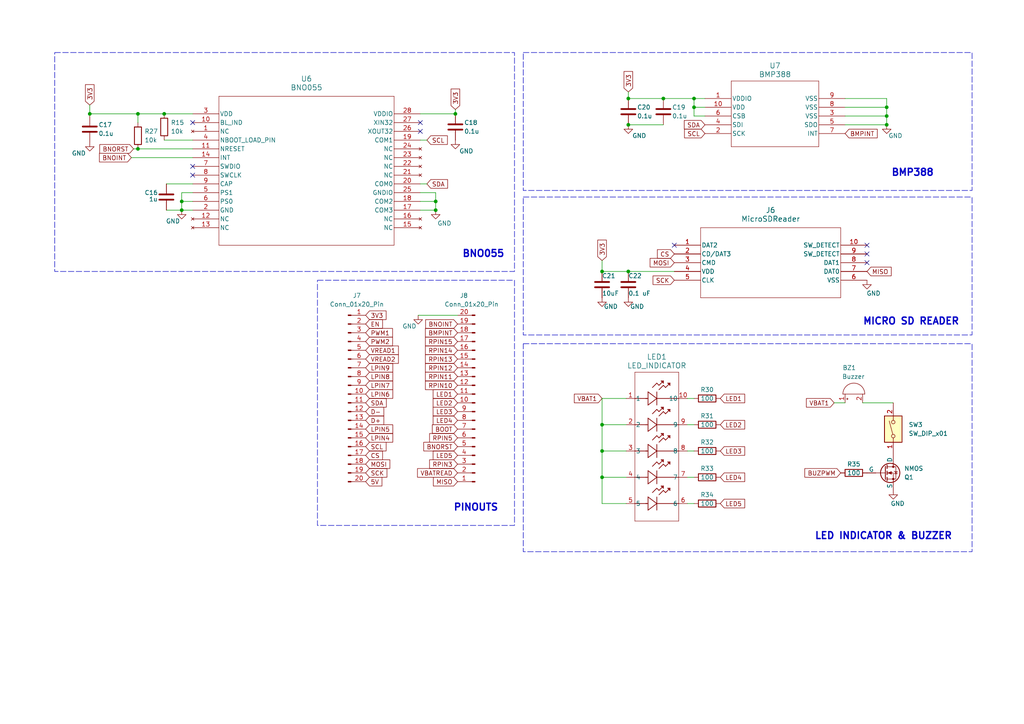
<source format=kicad_sch>
(kicad_sch (version 20231120) (generator "eeschema") (generator_version "8.0")
  (paper "A4")
  (lib_symbols
    (symbol "Certification_Avionica_Symbol:BMP388" (pin_names (offset 0.254))
      (property "Reference" "U" (at 20.32 10.16 0))
      (property "Value" "BMP388" (at 20.32 7.62 0))
      (symbol "BMP388_0_1"
        (polyline (pts (xy 7.62 -13.97) (xy 33.02 -13.97)) (stroke (width 0.127)))
        (polyline (pts (xy 7.62 5.08) (xy 7.62 -13.97)) (stroke (width 0.127)))
        (polyline (pts (xy 33.02 -13.97) (xy 33.02 5.08)) (stroke (width 0.127)))
        (polyline (pts (xy 33.02 5.08) (xy 7.62 5.08)) (stroke (width 0.127)))
        (pin power_in line (at 0 0 0) (length 7.62) (name "VDDIO") (number "1"))
        (pin power_in line (at 0 -2.54 0) (length 7.62) (name "VDD") (number "10"))
        (pin power_out line (at 40.64 -5.08 180) (length 7.62) (name "VSS") (number "3"))
        (pin unspecified line (at 0 -7.62 0) (length 7.62) (name "SDI") (number "4"))
        (pin unspecified line (at 40.64 -7.62 180) (length 7.62) (name "SDO") (number "5"))
        (pin unspecified line (at 0 -5.08 0) (length 7.62) (name "CSB") (number "6"))
        (pin unspecified line (at 40.64 -10.16 180) (length 7.62) (name "INT") (number "7"))
        (pin power_out line (at 40.64 -2.54 180) (length 7.62) (name "VSS") (number "8"))
        (pin power_out line (at 40.64 0 180) (length 7.62) (name "VSS") (number "9"))
      )
      (symbol "BMP388_1_1"
        (pin unspecified line (at 0 -10.16 0) (length 7.62) (name "SCK") (number "2"))
      )
    )
    (symbol "Certification_Avionica_Symbol:BNO055" (pin_names (offset 0.254))
      (property "Reference" "U" (at 33.02 10.16 0))
      (property "Value" "BNO055" (at 33.02 7.62 0))
      (symbol "BNO055_0_1"
        (polyline (pts (xy 7.62 -38.1) (xy 58.42 -38.1)) (stroke (width 0.127)))
        (polyline (pts (xy 7.62 5.08) (xy 7.62 -38.1)) (stroke (width 0.127)))
        (polyline (pts (xy 58.42 -38.1) (xy 58.42 5.08)) (stroke (width 0.127)))
        (polyline (pts (xy 58.42 5.08) (xy 7.62 5.08)) (stroke (width 0.127)))
        (pin no_connect line (at 0 -5.08 0) (length 7.62) (name "NC") (number "1"))
        (pin output line (at 0 -2.54 0) (length 7.62) (name "BL_IND") (number "10"))
        (pin unspecified line (at 0 -10.16 0) (length 7.62) (name "NRESET") (number "11"))
        (pin no_connect line (at 0 -30.48 0) (length 7.62) (name "NC") (number "12"))
        (pin no_connect line (at 0 -33.02 0) (length 7.62) (name "NC") (number "13"))
        (pin output line (at 0 -12.7 0) (length 7.62) (name "INT") (number "14"))
        (pin no_connect line (at 66.04 -33.02 180) (length 7.62) (name "NC") (number "15"))
        (pin no_connect line (at 66.04 -30.48 180) (length 7.62) (name "NC") (number "16"))
        (pin input line (at 66.04 -27.94 180) (length 7.62) (name "COM3") (number "17"))
        (pin bidirectional line (at 66.04 -25.4 180) (length 7.62) (name "COM2") (number "18"))
        (pin bidirectional line (at 66.04 -7.62 180) (length 7.62) (name "COM1") (number "19"))
        (pin power_out line (at 0 -27.94 0) (length 7.62) (name "GND") (number "2"))
        (pin bidirectional line (at 66.04 -20.32 180) (length 7.62) (name "COM0") (number "20"))
        (pin no_connect line (at 66.04 -17.78 180) (length 7.62) (name "NC") (number "21"))
        (pin no_connect line (at 66.04 -15.24 180) (length 7.62) (name "NC") (number "22"))
        (pin no_connect line (at 66.04 -12.7 180) (length 7.62) (name "NC") (number "23"))
        (pin no_connect line (at 66.04 -10.16 180) (length 7.62) (name "NC") (number "24"))
        (pin power_out line (at 66.04 -22.86 180) (length 7.62) (name "GNDIO") (number "25"))
        (pin output line (at 66.04 -5.08 180) (length 7.62) (name "XOUT32") (number "26"))
        (pin input line (at 66.04 -2.54 180) (length 7.62) (name "XIN32") (number "27"))
        (pin power_in line (at 66.04 0 180) (length 7.62) (name "VDDIO") (number "28"))
        (pin power_in line (at 0 0 0) (length 7.62) (name "VDD") (number "3"))
        (pin input line (at 0 -7.62 0) (length 7.62) (name "NBOOT_LOAD_PIN") (number "4"))
        (pin input line (at 0 -22.86 0) (length 7.62) (name "PS1") (number "5"))
        (pin input line (at 0 -25.4 0) (length 7.62) (name "PS0") (number "6"))
        (pin bidirectional line (at 0 -15.24 0) (length 7.62) (name "SWDIO") (number "7"))
        (pin input line (at 0 -17.78 0) (length 7.62) (name "SWCLK") (number "8"))
        (pin unspecified line (at 0 -20.32 0) (length 7.62) (name "CAP") (number "9"))
      )
    )
    (symbol "Certification_Avionica_Symbol:LED_INDICATOR" (pin_names (offset 0.254))
      (property "Reference" "LED" (at 8.89 13.335 0))
      (property "Value" "LED_INDICATOR" (at 8.89 10.16 0))
      (symbol "LED_INDICATOR_0_1"
        (polyline (pts (xy 2.54 -30.48) (xy 6.0198 -30.48)) (stroke (width 0.2032)))
        (polyline (pts (xy 2.54 -22.86) (xy 6.0198 -22.86)) (stroke (width 0.2032)))
        (polyline (pts (xy 2.54 -15.24) (xy 6.0198 -15.24)) (stroke (width 0.2032)))
        (polyline (pts (xy 2.54 -7.62) (xy 6.0198 -7.62)) (stroke (width 0.2032)))
        (polyline (pts (xy 2.54 0) (xy 6.0198 0)) (stroke (width 0.2032)))
        (polyline (pts (xy 2.54 7.62) (xy 2.54 -35.56)) (stroke (width 0.127)))
        (polyline (pts (xy 5.715 -30.48) (xy 6.35 -30.48)) (stroke (width 0.2032)))
        (polyline (pts (xy 5.715 -22.86) (xy 6.35 -22.86)) (stroke (width 0.2032)))
        (polyline (pts (xy 5.715 -15.24) (xy 6.35 -15.24)) (stroke (width 0.2032)))
        (polyline (pts (xy 5.715 -7.62) (xy 6.35 -7.62)) (stroke (width 0.2032)))
        (polyline (pts (xy 5.715 0) (xy 6.35 0)) (stroke (width 0.2032)))
        (polyline (pts (xy 6.35 -32.385) (xy 8.89 -30.48)) (stroke (width 0.2032)))
        (polyline (pts (xy 6.35 -28.575) (xy 6.35 -32.385)) (stroke (width 0.2032)))
        (polyline (pts (xy 6.35 -24.765) (xy 8.89 -22.86)) (stroke (width 0.2032)))
        (polyline (pts (xy 6.35 -20.955) (xy 6.35 -24.765)) (stroke (width 0.2032)))
        (polyline (pts (xy 6.35 -17.145) (xy 8.89 -15.24)) (stroke (width 0.2032)))
        (polyline (pts (xy 6.35 -13.335) (xy 6.35 -17.145)) (stroke (width 0.2032)))
        (polyline (pts (xy 6.35 -9.525) (xy 8.89 -7.62)) (stroke (width 0.2032)))
        (polyline (pts (xy 6.35 -5.715) (xy 6.35 -9.525)) (stroke (width 0.2032)))
        (polyline (pts (xy 6.35 -1.905) (xy 8.89 0)) (stroke (width 0.2032)))
        (polyline (pts (xy 6.35 1.905) (xy 6.35 -1.905)) (stroke (width 0.2032)))
        (polyline (pts (xy 7.62 -27.305) (xy 8.89 -26.035)) (stroke (width 0.2032)))
        (polyline (pts (xy 7.62 -19.685) (xy 8.89 -18.415)) (stroke (width 0.2032)))
        (polyline (pts (xy 7.62 -12.065) (xy 8.89 -10.795)) (stroke (width 0.2032)))
        (polyline (pts (xy 7.62 -4.445) (xy 8.89 -3.175)) (stroke (width 0.2032)))
        (polyline (pts (xy 7.62 3.175) (xy 8.89 4.445)) (stroke (width 0.2032)))
        (polyline (pts (xy 8.89 -32.385) (xy 8.89 -28.575)) (stroke (width 0.2032)))
        (polyline (pts (xy 8.89 -30.48) (xy 6.35 -28.575)) (stroke (width 0.2032)))
        (polyline (pts (xy 8.89 -30.48) (xy 15.24 -30.48)) (stroke (width 0.2032)))
        (polyline (pts (xy 8.89 -26.035) (xy 9.525 -26.67)) (stroke (width 0.2032)))
        (polyline (pts (xy 8.89 -24.765) (xy 8.89 -20.955)) (stroke (width 0.2032)))
        (polyline (pts (xy 8.89 -22.86) (xy 6.35 -20.955)) (stroke (width 0.2032)))
        (polyline (pts (xy 8.89 -22.86) (xy 15.24 -22.86)) (stroke (width 0.2032)))
        (polyline (pts (xy 8.89 -18.415) (xy 9.525 -19.05)) (stroke (width 0.2032)))
        (polyline (pts (xy 8.89 -17.145) (xy 8.89 -13.335)) (stroke (width 0.2032)))
        (polyline (pts (xy 8.89 -15.24) (xy 6.35 -13.335)) (stroke (width 0.2032)))
        (polyline (pts (xy 8.89 -15.24) (xy 15.24 -15.24)) (stroke (width 0.2032)))
        (polyline (pts (xy 8.89 -10.795) (xy 9.525 -11.43)) (stroke (width 0.2032)))
        (polyline (pts (xy 8.89 -9.525) (xy 8.89 -5.715)) (stroke (width 0.2032)))
        (polyline (pts (xy 8.89 -7.62) (xy 6.35 -5.715)) (stroke (width 0.2032)))
        (polyline (pts (xy 8.89 -7.62) (xy 15.24 -7.62)) (stroke (width 0.2032)))
        (polyline (pts (xy 8.89 -3.175) (xy 9.525 -3.81)) (stroke (width 0.2032)))
        (polyline (pts (xy 8.89 -1.905) (xy 8.89 1.905)) (stroke (width 0.2032)))
        (polyline (pts (xy 8.89 0) (xy 6.35 1.905)) (stroke (width 0.2032)))
        (polyline (pts (xy 8.89 0) (xy 15.24 0)) (stroke (width 0.2032)))
        (polyline (pts (xy 8.89 4.445) (xy 9.525 3.81)) (stroke (width 0.2032)))
        (polyline (pts (xy 9.525 -27.94) (xy 10.795 -26.67)) (stroke (width 0.2032)))
        (polyline (pts (xy 9.525 -26.67) (xy 10.795 -25.4)) (stroke (width 0.2032)))
        (polyline (pts (xy 9.525 -20.32) (xy 10.795 -19.05)) (stroke (width 0.2032)))
        (polyline (pts (xy 9.525 -19.05) (xy 10.795 -17.78)) (stroke (width 0.2032)))
        (polyline (pts (xy 9.525 -12.7) (xy 10.795 -11.43)) (stroke (width 0.2032)))
        (polyline (pts (xy 9.525 -11.43) (xy 10.795 -10.16)) (stroke (width 0.2032)))
        (polyline (pts (xy 9.525 -5.08) (xy 10.795 -3.81)) (stroke (width 0.2032)))
        (polyline (pts (xy 9.525 -3.81) (xy 10.795 -2.54)) (stroke (width 0.2032)))
        (polyline (pts (xy 9.525 2.54) (xy 10.795 3.81)) (stroke (width 0.2032)))
        (polyline (pts (xy 9.525 3.81) (xy 10.795 5.08)) (stroke (width 0.2032)))
        (polyline (pts (xy 10.16 -25.4) (xy 10.795 -26.035)) (stroke (width 0.2032)))
        (polyline (pts (xy 10.16 -17.78) (xy 10.795 -18.415)) (stroke (width 0.2032)))
        (polyline (pts (xy 10.16 -10.16) (xy 10.795 -10.795)) (stroke (width 0.2032)))
        (polyline (pts (xy 10.16 -2.54) (xy 10.795 -3.175)) (stroke (width 0.2032)))
        (polyline (pts (xy 10.16 5.08) (xy 10.795 4.445)) (stroke (width 0.2032)))
        (polyline (pts (xy 10.795 -26.67) (xy 11.43 -27.305)) (stroke (width 0.2032)))
        (polyline (pts (xy 10.795 -26.035) (xy 10.795 -25.4)) (stroke (width 0.2032)))
        (polyline (pts (xy 10.795 -25.4) (xy 10.16 -25.4)) (stroke (width 0.2032)))
        (polyline (pts (xy 10.795 -19.05) (xy 11.43 -19.685)) (stroke (width 0.2032)))
        (polyline (pts (xy 10.795 -18.415) (xy 10.795 -17.78)) (stroke (width 0.2032)))
        (polyline (pts (xy 10.795 -17.78) (xy 10.16 -17.78)) (stroke (width 0.2032)))
        (polyline (pts (xy 10.795 -11.43) (xy 11.43 -12.065)) (stroke (width 0.2032)))
        (polyline (pts (xy 10.795 -10.795) (xy 10.795 -10.16)) (stroke (width 0.2032)))
        (polyline (pts (xy 10.795 -10.16) (xy 10.16 -10.16)) (stroke (width 0.2032)))
        (polyline (pts (xy 10.795 -3.81) (xy 11.43 -4.445)) (stroke (width 0.2032)))
        (polyline (pts (xy 10.795 -3.175) (xy 10.795 -2.54)) (stroke (width 0.2032)))
        (polyline (pts (xy 10.795 -2.54) (xy 10.16 -2.54)) (stroke (width 0.2032)))
        (polyline (pts (xy 10.795 3.81) (xy 11.43 3.175)) (stroke (width 0.2032)))
        (polyline (pts (xy 10.795 4.445) (xy 10.795 5.08)) (stroke (width 0.2032)))
        (polyline (pts (xy 10.795 5.08) (xy 10.16 5.08)) (stroke (width 0.2032)))
        (polyline (pts (xy 11.43 -27.305) (xy 12.7 -26.035)) (stroke (width 0.2032)))
        (polyline (pts (xy 11.43 -19.685) (xy 12.7 -18.415)) (stroke (width 0.2032)))
        (polyline (pts (xy 11.43 -12.065) (xy 12.7 -10.795)) (stroke (width 0.2032)))
        (polyline (pts (xy 11.43 -4.445) (xy 12.7 -3.175)) (stroke (width 0.2032)))
        (polyline (pts (xy 11.43 3.175) (xy 12.7 4.445)) (stroke (width 0.2032)))
        (polyline (pts (xy 12.065 -26.035) (xy 12.7 -26.67)) (stroke (width 0.2032)))
        (polyline (pts (xy 12.065 -18.415) (xy 12.7 -19.05)) (stroke (width 0.2032)))
        (polyline (pts (xy 12.065 -10.795) (xy 12.7 -11.43)) (stroke (width 0.2032)))
        (polyline (pts (xy 12.065 -3.175) (xy 12.7 -3.81)) (stroke (width 0.2032)))
        (polyline (pts (xy 12.065 4.445) (xy 12.7 3.81)) (stroke (width 0.2032)))
        (polyline (pts (xy 12.7 -26.67) (xy 12.7 -26.035)) (stroke (width 0.2032)))
        (polyline (pts (xy 12.7 -26.035) (xy 12.065 -26.035)) (stroke (width 0.2032)))
        (polyline (pts (xy 12.7 -19.05) (xy 12.7 -18.415)) (stroke (width 0.2032)))
        (polyline (pts (xy 12.7 -18.415) (xy 12.065 -18.415)) (stroke (width 0.2032)))
        (polyline (pts (xy 12.7 -11.43) (xy 12.7 -10.795)) (stroke (width 0.2032)))
        (polyline (pts (xy 12.7 -10.795) (xy 12.065 -10.795)) (stroke (width 0.2032)))
        (polyline (pts (xy 12.7 -3.81) (xy 12.7 -3.175)) (stroke (width 0.2032)))
        (polyline (pts (xy 12.7 -3.175) (xy 12.065 -3.175)) (stroke (width 0.2032)))
        (polyline (pts (xy 12.7 3.81) (xy 12.7 4.445)) (stroke (width 0.2032)))
        (polyline (pts (xy 12.7 4.445) (xy 12.065 4.445)) (stroke (width 0.2032)))
        (polyline (pts (xy 15.24 -35.56) (xy 2.54 -35.56)) (stroke (width 0.127)))
        (polyline (pts (xy 15.24 -35.56) (xy 15.24 7.62)) (stroke (width 0.127)))
        (polyline (pts (xy 15.24 7.62) (xy 2.54 7.62)) (stroke (width 0.127)))
        (pin unspecified line (at 0 0 0) (length 2.54) (name "1") (number "1"))
        (pin unspecified line (at 17.78 0 180) (length 2.54) (name "10") (number "10"))
        (pin unspecified line (at 0 -7.62 0) (length 2.54) (name "2") (number "2"))
        (pin unspecified line (at 0 -15.24 0) (length 2.54) (name "3") (number "3"))
        (pin unspecified line (at 0 -22.86 0) (length 2.54) (name "4") (number "4"))
        (pin unspecified line (at 0 -30.48 0) (length 2.54) (name "5") (number "5"))
        (pin unspecified line (at 17.78 -30.48 180) (length 2.54) (name "6") (number "6"))
        (pin unspecified line (at 17.78 -22.86 180) (length 2.54) (name "7") (number "7"))
        (pin unspecified line (at 17.78 -15.24 180) (length 2.54) (name "8") (number "8"))
        (pin unspecified line (at 17.78 -7.62 180) (length 2.54) (name "9") (number "9"))
      )
    )
    (symbol "Certification_Avionica_Symbol:MicroSDReader" (pin_names (offset 0.254))
      (property "Reference" "J" (at 27.94 10.16 0))
      (property "Value" "MicroSDReader" (at 27.94 7.62 0))
      (symbol "MicroSDReader_0_1"
        (polyline (pts (xy 7.62 -15.24) (xy 48.26 -15.24)) (stroke (width 0.127)))
        (polyline (pts (xy 7.62 5.08) (xy 7.62 -15.24)) (stroke (width 0.127)))
        (polyline (pts (xy 48.26 -15.24) (xy 48.26 5.08)) (stroke (width 0.127)))
        (polyline (pts (xy 48.26 5.08) (xy 7.62 5.08)) (stroke (width 0.127)))
        (pin bidirectional line (at 0 0 0) (length 7.62) (name "DAT2") (number "1"))
        (pin unspecified line (at 55.88 0 180) (length 7.62) (name "SW_DETECT") (number "10"))
        (pin bidirectional line (at 0 -2.54 0) (length 7.62) (name "CD/DAT3") (number "2"))
        (pin unspecified line (at 0 -5.08 0) (length 7.62) (name "CMD") (number "3"))
        (pin power_in line (at 0 -7.62 0) (length 7.62) (name "VDD") (number "4"))
        (pin unspecified line (at 0 -10.16 0) (length 7.62) (name "CLK") (number "5"))
        (pin power_out line (at 55.88 -10.16 180) (length 7.62) (name "VSS") (number "6"))
        (pin bidirectional line (at 55.88 -7.62 180) (length 7.62) (name "DAT0") (number "7"))
        (pin bidirectional line (at 55.88 -5.08 180) (length 7.62) (name "DAT1") (number "8"))
        (pin unspecified line (at 55.88 -2.54 180) (length 7.62) (name "SW_DETECT") (number "9"))
      )
    )
    (symbol "Connector:Conn_01x20_Pin" (pin_names (offset 1.016) hide)
      (property "Reference" "J" (at 0 25.4 0))
      (property "Value" "Conn_01x20_Pin" (at 0 -27.94 0))
      (symbol "Conn_01x20_Pin_1_1"
        (polyline (pts (xy 1.27 -25.4) (xy 0.8636 -25.4)) (stroke (width 0.1524)))
        (polyline (pts (xy 1.27 -22.86) (xy 0.8636 -22.86)) (stroke (width 0.1524)))
        (polyline (pts (xy 1.27 -20.32) (xy 0.8636 -20.32)) (stroke (width 0.1524)))
        (polyline (pts (xy 1.27 -17.78) (xy 0.8636 -17.78)) (stroke (width 0.1524)))
        (polyline (pts (xy 1.27 -15.24) (xy 0.8636 -15.24)) (stroke (width 0.1524)))
        (polyline (pts (xy 1.27 -12.7) (xy 0.8636 -12.7)) (stroke (width 0.1524)))
        (polyline (pts (xy 1.27 -10.16) (xy 0.8636 -10.16)) (stroke (width 0.1524)))
        (polyline (pts (xy 1.27 -7.62) (xy 0.8636 -7.62)) (stroke (width 0.1524)))
        (polyline (pts (xy 1.27 -5.08) (xy 0.8636 -5.08)) (stroke (width 0.1524)))
        (polyline (pts (xy 1.27 -2.54) (xy 0.8636 -2.54)) (stroke (width 0.1524)))
        (polyline (pts (xy 1.27 0) (xy 0.8636 0)) (stroke (width 0.1524)))
        (polyline (pts (xy 1.27 2.54) (xy 0.8636 2.54)) (stroke (width 0.1524)))
        (polyline (pts (xy 1.27 5.08) (xy 0.8636 5.08)) (stroke (width 0.1524)))
        (polyline (pts (xy 1.27 7.62) (xy 0.8636 7.62)) (stroke (width 0.1524)))
        (polyline (pts (xy 1.27 10.16) (xy 0.8636 10.16)) (stroke (width 0.1524)))
        (polyline (pts (xy 1.27 12.7) (xy 0.8636 12.7)) (stroke (width 0.1524)))
        (polyline (pts (xy 1.27 15.24) (xy 0.8636 15.24)) (stroke (width 0.1524)))
        (polyline (pts (xy 1.27 17.78) (xy 0.8636 17.78)) (stroke (width 0.1524)))
        (polyline (pts (xy 1.27 20.32) (xy 0.8636 20.32)) (stroke (width 0.1524)))
        (polyline (pts (xy 1.27 22.86) (xy 0.8636 22.86)) (stroke (width 0.1524)))
        (rectangle (start 0.8636 -25.273) (end 0 -25.527) (stroke (width 0.1524)) (fill (type outline)))
        (rectangle (start 0.8636 -22.733) (end 0 -22.987) (stroke (width 0.1524)) (fill (type outline)))
        (rectangle (start 0.8636 -20.193) (end 0 -20.447) (stroke (width 0.1524)) (fill (type outline)))
        (rectangle (start 0.8636 -17.653) (end 0 -17.907) (stroke (width 0.1524)) (fill (type outline)))
        (rectangle (start 0.8636 -15.113) (end 0 -15.367) (stroke (width 0.1524)) (fill (type outline)))
        (rectangle (start 0.8636 -12.573) (end 0 -12.827) (stroke (width 0.1524)) (fill (type outline)))
        (rectangle (start 0.8636 -10.033) (end 0 -10.287) (stroke (width 0.1524)) (fill (type outline)))
        (rectangle (start 0.8636 -7.493) (end 0 -7.747) (stroke (width 0.1524)) (fill (type outline)))
        (rectangle (start 0.8636 -4.953) (end 0 -5.207) (stroke (width 0.1524)) (fill (type outline)))
        (rectangle (start 0.8636 -2.413) (end 0 -2.667) (stroke (width 0.1524)) (fill (type outline)))
        (rectangle (start 0.8636 0.127) (end 0 -0.127) (stroke (width 0.1524)) (fill (type outline)))
        (rectangle (start 0.8636 2.667) (end 0 2.413) (stroke (width 0.1524)) (fill (type outline)))
        (rectangle (start 0.8636 5.207) (end 0 4.953) (stroke (width 0.1524)) (fill (type outline)))
        (rectangle (start 0.8636 7.747) (end 0 7.493) (stroke (width 0.1524)) (fill (type outline)))
        (rectangle (start 0.8636 10.287) (end 0 10.033) (stroke (width 0.1524)) (fill (type outline)))
        (rectangle (start 0.8636 12.827) (end 0 12.573) (stroke (width 0.1524)) (fill (type outline)))
        (rectangle (start 0.8636 15.367) (end 0 15.113) (stroke (width 0.1524)) (fill (type outline)))
        (rectangle (start 0.8636 17.907) (end 0 17.653) (stroke (width 0.1524)) (fill (type outline)))
        (rectangle (start 0.8636 20.447) (end 0 20.193) (stroke (width 0.1524)) (fill (type outline)))
        (rectangle (start 0.8636 22.987) (end 0 22.733) (stroke (width 0.1524)) (fill (type outline)))
        (pin passive line (at 5.08 22.86 180) (length 3.81) (name "Pin_1") (number "1"))
        (pin passive line (at 5.08 0 180) (length 3.81) (name "Pin_10") (number "10"))
        (pin passive line (at 5.08 -2.54 180) (length 3.81) (name "Pin_11") (number "11"))
        (pin passive line (at 5.08 -5.08 180) (length 3.81) (name "Pin_12") (number "12"))
        (pin passive line (at 5.08 -7.62 180) (length 3.81) (name "Pin_13") (number "13"))
        (pin passive line (at 5.08 -10.16 180) (length 3.81) (name "Pin_14") (number "14"))
        (pin passive line (at 5.08 -12.7 180) (length 3.81) (name "Pin_15") (number "15"))
        (pin passive line (at 5.08 -15.24 180) (length 3.81) (name "Pin_16") (number "16"))
        (pin passive line (at 5.08 -17.78 180) (length 3.81) (name "Pin_17") (number "17"))
        (pin passive line (at 5.08 -20.32 180) (length 3.81) (name "Pin_18") (number "18"))
        (pin passive line (at 5.08 -22.86 180) (length 3.81) (name "Pin_19") (number "19"))
        (pin passive line (at 5.08 20.32 180) (length 3.81) (name "Pin_2") (number "2"))
        (pin passive line (at 5.08 -25.4 180) (length 3.81) (name "Pin_20") (number "20"))
        (pin passive line (at 5.08 17.78 180) (length 3.81) (name "Pin_3") (number "3"))
        (pin passive line (at 5.08 15.24 180) (length 3.81) (name "Pin_4") (number "4"))
        (pin passive line (at 5.08 12.7 180) (length 3.81) (name "Pin_5") (number "5"))
        (pin passive line (at 5.08 10.16 180) (length 3.81) (name "Pin_6") (number "6"))
        (pin passive line (at 5.08 7.62 180) (length 3.81) (name "Pin_7") (number "7"))
        (pin passive line (at 5.08 5.08 180) (length 3.81) (name "Pin_8") (number "8"))
        (pin passive line (at 5.08 2.54 180) (length 3.81) (name "Pin_9") (number "9"))
      )
    )
    (symbol "Device:Buzzer" (pin_names (offset 0.0254) hide)
      (property "Reference" "BZ" (at 3.81 1.27 0))
      (property "Value" "Buzzer" (at 3.81 -1.27 0))
      (symbol "Buzzer_0_1"
        (arc (start 0 -3.175) (mid 3.1612 0) (end 0 3.175))
        (polyline (pts (xy -1.651 1.905) (xy -1.143 1.905)))
        (polyline (pts (xy -1.397 2.159) (xy -1.397 1.651)))
        (polyline (pts (xy 0 3.175) (xy 0 -3.175)))
      )
      (symbol "Buzzer_1_1"
        (pin passive line (at -2.54 2.54 0) (length 2.54) (name "-") (number "1"))
        (pin passive line (at -2.54 -2.54 0) (length 2.54) (name "+") (number "2"))
      )
    )
    (symbol "Device:C" (pin_numbers hide) (pin_names (offset 0.254))
      (property "Reference" "C" (at 0.635 2.54 0))
      (property "Value" "C" (at 0.635 -2.54 0))
      (symbol "C_0_1"
        (polyline (pts (xy -2.032 -0.762) (xy 2.032 -0.762)) (stroke (width 0.508)))
        (polyline (pts (xy -2.032 0.762) (xy 2.032 0.762)) (stroke (width 0.508)))
      )
      (symbol "C_1_1"
        (pin passive line (at 0 3.81 270) (length 2.794) (name "~") (number "1"))
        (pin passive line (at 0 -3.81 90) (length 2.794) (name "~") (number "2"))
      )
    )
    (symbol "Device:R" (pin_numbers hide) (pin_names (offset 0))
      (property "Reference" "R" (at 2.032 0 90))
      (property "Value" "R" (at 0 0 90))
      (symbol "R_0_1"
        (rectangle (start -1.016 -2.54) (end 1.016 2.54) (stroke (width 0.254)))
      )
      (symbol "R_1_1"
        (pin passive line (at 0 3.81 270) (length 1.27) (name "~") (number "1"))
        (pin passive line (at 0 -3.81 90) (length 1.27) (name "~") (number "2"))
      )
    )
    (symbol "Simulation_SPICE:NMOS" (pin_numbers hide) (pin_names (offset 0))
      (property "Reference" "Q" (at 5.08 1.27 0))
      (property "Value" "NMOS" (at 5.08 -1.27 0))
      (symbol "NMOS_0_1"
        (polyline (pts (xy 0.254 0) (xy -2.54 0)))
        (polyline (pts (xy 0.254 1.905) (xy 0.254 -1.905)) (stroke (width 0.254)))
        (polyline (pts (xy 0.762 -1.27) (xy 0.762 -2.286)) (stroke (width 0.254)))
        (polyline (pts (xy 0.762 0.508) (xy 0.762 -0.508)) (stroke (width 0.254)))
        (polyline (pts (xy 0.762 2.286) (xy 0.762 1.27)) (stroke (width 0.254)))
        (polyline (pts (xy 2.54 2.54) (xy 2.54 1.778)))
        (polyline (pts (xy 2.54 -2.54) (xy 2.54 0) (xy 0.762 0)))
        (polyline (pts (xy 0.762 -1.778) (xy 3.302 -1.778) (xy 3.302 1.778) (xy 0.762 1.778)))
        (polyline (pts (xy 1.016 0) (xy 2.032 0.381) (xy 2.032 -0.381) (xy 1.016 0)) (fill (type outline)))
        (polyline (pts (xy 2.794 0.508) (xy 2.921 0.381) (xy 3.683 0.381) (xy 3.81 0.254)))
        (polyline (pts (xy 3.302 0.381) (xy 2.921 -0.254) (xy 3.683 -0.254) (xy 3.302 0.381)))
        (circle (center 1.651 0) (radius 2.794) (stroke (width 0.254)))
        (circle (center 2.54 -1.778) (radius 0.254) (fill (type outline)))
        (circle (center 2.54 1.778) (radius 0.254) (fill (type outline)))
      )
      (symbol "NMOS_1_1"
        (pin passive line (at 2.54 5.08 270) (length 2.54) (name "D") (number "1"))
        (pin input line (at -5.08 0 0) (length 2.54) (name "G") (number "2"))
        (pin passive line (at 2.54 -5.08 90) (length 2.54) (name "S") (number "3"))
      )
    )
    (symbol "Switch:SW_DIP_x01" (pin_names (offset 0) hide)
      (property "Reference" "SW" (at 0 3.81 0))
      (property "Value" "SW_DIP_x01" (at 0 -3.81 0))
      (symbol "SW_DIP_x01_0_0"
        (circle (center -2.032 0) (radius 0.508))
        (polyline (pts (xy -1.524 0.127) (xy 2.3622 1.1684)))
        (circle (center 2.032 0) (radius 0.508))
      )
      (symbol "SW_DIP_x01_0_1"
        (rectangle (start -3.81 2.54) (end 3.81 -2.54) (stroke (width 0.254)) (fill (type background)))
      )
      (symbol "SW_DIP_x01_1_1"
        (pin passive line (at -7.62 0 0) (length 5.08) (name "~") (number "1"))
        (pin passive line (at 7.62 0 180) (length 5.08) (name "~") (number "2"))
      )
    )
    (symbol "power:GND" (power) (pin_names (offset 0))
      (property "Value" "GND" (at 0 -3.81 0))
      (symbol "GND_0_1"
        (polyline (pts (xy 0 0) (xy 0 -1.27) (xy 1.27 -1.27) (xy 0 -2.54) (xy -1.27 -1.27) (xy 0 -1.27)))
      )
      (symbol "GND_1_1"
        (pin power_in line (at 0 0 270) (length 0) hide (name "GND") (number "1"))
      )
    )
  )
  (junction (at 47.625 33.02))
  (junction (at 201.295 31.115))
  (junction (at 132.08 33.02))
  (junction (at 192.405 28.575))
  (junction (at 257.175 31.115))
  (junction (at 182.245 28.575))
  (junction (at 257.175 33.655))
  (junction (at 174.625 130.81))
  (junction (at 182.245 36.195))
  (junction (at 257.175 36.195))
  (junction (at 174.625 123.19))
  (junction (at 40.005 43.18))
  (junction (at 182.245 78.74))
  (junction (at 201.295 28.575))
  (junction (at 174.625 138.43))
  (junction (at 52.705 58.42))
  (junction (at 26.035 33.02))
  (junction (at 126.365 60.96))
  (junction (at 40.005 33.02))
  (junction (at 174.625 78.74))
  (junction (at 126.365 58.42))
  (junction (at 52.705 60.96))
  (no_connect (at 55.88 35.56))
  (no_connect (at 251.46 76.2))
  (no_connect (at 251.46 71.12))
  (no_connect (at 121.92 38.1))
  (no_connect (at 55.88 48.26))
  (no_connect (at 251.46 73.66))
  (no_connect (at 195.58 71.12))
  (no_connect (at 121.92 35.56))
  (no_connect (at 55.88 50.8))
  (wire (pts (xy 241.935 116.84) (xy 245.11 116.84)))
  (wire (pts (xy 174.625 130.81) (xy 181.61 130.81)))
  (wire (pts (xy 52.705 60.96) (xy 55.88 60.96)))
  (wire (pts (xy 181.61 115.57) (xy 174.625 115.57)))
  (wire (pts (xy 182.245 78.74) (xy 195.58 78.74)))
  (wire (pts (xy 245.11 33.655) (xy 257.175 33.655)))
  (wire (pts (xy 47.625 40.64) (xy 55.88 40.64)))
  (wire (pts (xy 201.295 31.115) (xy 204.47 31.115)))
  (wire (pts (xy 199.39 130.81) (xy 201.295 130.81)))
  (wire (pts (xy 174.625 123.19) (xy 174.625 130.81)))
  (wire (pts (xy 199.39 146.05) (xy 201.295 146.05)))
  (wire (pts (xy 245.11 36.195) (xy 257.175 36.195)))
  (wire (pts (xy 250.19 116.84) (xy 259.08 116.84)))
  (wire (pts (xy 174.625 130.81) (xy 174.625 138.43)))
  (wire (pts (xy 38.735 43.18) (xy 40.005 43.18)))
  (wire (pts (xy 199.39 123.19) (xy 201.295 123.19)))
  (wire (pts (xy 55.88 55.88) (xy 52.705 55.88)))
  (wire (pts (xy 40.005 33.02) (xy 40.005 35.56)))
  (wire (pts (xy 47.625 33.02) (xy 40.005 33.02)))
  (wire (pts (xy 40.005 33.02) (xy 26.035 33.02)))
  (wire (pts (xy 121.92 60.96) (xy 126.365 60.96)))
  (wire (pts (xy 126.365 58.42) (xy 126.365 60.96)))
  (wire (pts (xy 174.625 138.43) (xy 174.625 146.05)))
  (wire (pts (xy 245.11 31.115) (xy 257.175 31.115)))
  (wire (pts (xy 174.625 75.565) (xy 174.625 78.74)))
  (wire (pts (xy 201.295 31.115) (xy 201.295 28.575)))
  (wire (pts (xy 48.26 60.96) (xy 52.705 60.96)))
  (wire (pts (xy 174.625 138.43) (xy 181.61 138.43)))
  (wire (pts (xy 52.705 55.88) (xy 52.705 58.42)))
  (wire (pts (xy 121.92 53.34) (xy 123.825 53.34)))
  (wire (pts (xy 26.035 33.02) (xy 26.035 33.655)))
  (wire (pts (xy 174.625 146.05) (xy 181.61 146.05)))
  (wire (pts (xy 182.245 36.195) (xy 192.405 36.195)))
  (wire (pts (xy 52.705 58.42) (xy 55.88 58.42)))
  (wire (pts (xy 201.295 33.655) (xy 201.295 31.115)))
  (wire (pts (xy 121.285 91.44) (xy 132.715 91.44)))
  (wire (pts (xy 132.08 31.75) (xy 132.08 33.02)))
  (wire (pts (xy 182.245 26.67) (xy 182.245 28.575)))
  (wire (pts (xy 121.92 33.02) (xy 132.08 33.02)))
  (wire (pts (xy 199.39 138.43) (xy 201.295 138.43)))
  (wire (pts (xy 257.175 28.575) (xy 257.175 31.115)))
  (wire (pts (xy 40.005 43.18) (xy 55.88 43.18)))
  (wire (pts (xy 257.175 31.115) (xy 257.175 33.655)))
  (wire (pts (xy 26.035 30.48) (xy 26.035 33.02)))
  (wire (pts (xy 38.1 45.72) (xy 55.88 45.72)))
  (wire (pts (xy 257.175 33.655) (xy 257.175 36.195)))
  (wire (pts (xy 245.11 28.575) (xy 257.175 28.575)))
  (wire (pts (xy 174.625 78.74) (xy 182.245 78.74)))
  (wire (pts (xy 199.39 115.57) (xy 201.295 115.57)))
  (wire (pts (xy 121.92 55.88) (xy 126.365 55.88)))
  (wire (pts (xy 182.245 28.575) (xy 192.405 28.575)))
  (wire (pts (xy 174.625 115.57) (xy 174.625 123.19)))
  (wire (pts (xy 121.92 40.64) (xy 123.825 40.64)))
  (wire (pts (xy 48.26 53.34) (xy 55.88 53.34)))
  (wire (pts (xy 201.295 28.575) (xy 204.47 28.575)))
  (wire (pts (xy 55.88 33.02) (xy 47.625 33.02)))
  (wire (pts (xy 126.365 55.88) (xy 126.365 58.42)))
  (wire (pts (xy 192.405 28.575) (xy 201.295 28.575)))
  (wire (pts (xy 174.625 123.19) (xy 181.61 123.19)))
  (wire (pts (xy 204.47 33.655) (xy 201.295 33.655)))
  (wire (pts (xy 121.92 58.42) (xy 126.365 58.42)))
  (wire (pts (xy 52.705 58.42) (xy 52.705 60.96)))
  (rectangle (start 92.075 81.28) (end 149.225 152.4) (stroke (width 0) (type dash)))
  (rectangle (start 151.765 57.15) (end 281.94 97.155) (stroke (width 0) (type dash)))
  (rectangle (start 151.765 15.24) (end 281.94 55.245) (stroke (width 0) (type dash)))
  (rectangle (start 15.875 15.24) (end 149.225 78.74) (stroke (width 0) (type dash)))
  (rectangle (start 151.765 99.695) (end 281.94 160.02) (stroke (width 0) (type dash)))
  (text "PINOUTS\n\n\n\n" (at 131.445 158.115 0) (effects (font (size 2 2) (bold yes)) (justify left bottom)))
  (text "LED INDICATOR & BUZZER\n\n\n\n" (at 236.22 166.37 0) (effects (font (size 2 2) (bold yes)) (justify left bottom)))
  (text "BMP388\n\n\n" (at 258.445 57.785 0) (effects (font (size 2 2) (bold yes)) (justify left bottom)))
  (text "MICRO SD READER\n\n\n\n" (at 250.19 104.14 0) (effects (font (size 2 2) (bold yes)) (justify left bottom)))
  (text "BNO055\n\n" (at 133.985 78.105 0) (effects (font (size 2 2) (bold yes)) (justify left bottom)))
  (global_label "PWM2" (shape input) (at 106.045 99.06 0) (property "Intersheetrefs" "${INTERSHEET_REFS}" (effects (hide yes))))
  (global_label "LPIN8" (shape input) (at 106.045 109.22 0) (property "Intersheetrefs" "${INTERSHEET_REFS}" (effects (hide yes))))
  (global_label "RPIN14" (shape input) (at 132.715 101.6 180) (property "Intersheetrefs" "${INTERSHEET_REFS}" (effects (hide yes))))
  (global_label "3V3" (shape input) (at 26.035 30.48 90) (property "Intersheetrefs" "${INTERSHEET_REFS}" (effects (hide yes))))
  (global_label "LED4" (shape input) (at 208.915 138.43 0) (property "Intersheetrefs" "${INTERSHEET_REFS}" (effects (hide yes))))
  (global_label "3V3" (shape input) (at 106.045 91.44 0) (property "Intersheetrefs" "${INTERSHEET_REFS}" (effects (hide yes))))
  (global_label "LPIN6" (shape input) (at 106.045 114.3 0) (property "Intersheetrefs" "${INTERSHEET_REFS}" (effects (hide yes))))
  (global_label "RPIN15" (shape input) (at 132.715 99.06 180) (property "Intersheetrefs" "${INTERSHEET_REFS}" (effects (hide yes))))
  (global_label "SCL" (shape input) (at 106.045 129.54 0) (property "Intersheetrefs" "${INTERSHEET_REFS}" (effects (hide yes))))
  (global_label "LED1" (shape input) (at 208.915 115.57 0) (property "Intersheetrefs" "${INTERSHEET_REFS}" (effects (hide yes))))
  (global_label "RPIN10" (shape input) (at 132.715 111.76 180) (property "Intersheetrefs" "${INTERSHEET_REFS}" (effects (hide yes))))
  (global_label "VREAD1" (shape input) (at 106.045 101.6 0) (property "Intersheetrefs" "${INTERSHEET_REFS}" (effects (hide yes))))
  (global_label "LPIN5" (shape input) (at 106.045 124.46 0) (property "Intersheetrefs" "${INTERSHEET_REFS}" (effects (hide yes))))
  (global_label "BNOINT" (shape input) (at 38.1 45.72 180) (property "Intersheetrefs" "${INTERSHEET_REFS}" (effects (hide yes))))
  (global_label "VBAT1" (shape input) (at 241.935 116.84 180) (property "Intersheetrefs" "${INTERSHEET_REFS}" (effects (hide yes))))
  (global_label "CS" (shape input) (at 106.045 132.08 0) (property "Intersheetrefs" "${INTERSHEET_REFS}" (effects (hide yes))))
  (global_label "3V3" (shape input) (at 174.625 75.565 90) (property "Intersheetrefs" "${INTERSHEET_REFS}" (effects (hide yes))))
  (global_label "RPIN12" (shape input) (at 132.715 106.68 180) (property "Intersheetrefs" "${INTERSHEET_REFS}" (effects (hide yes))))
  (global_label "BMPINT" (shape input) (at 245.11 38.735 0) (property "Intersheetrefs" "${INTERSHEET_REFS}" (effects (hide yes))))
  (global_label "VBAT1" (shape input) (at 174.625 115.57 180) (property "Intersheetrefs" "${INTERSHEET_REFS}" (effects (hide yes))))
  (global_label "SDA" (shape input) (at 106.045 116.84 0) (property "Intersheetrefs" "${INTERSHEET_REFS}" (effects (hide yes))))
  (global_label "BNOINT" (shape input) (at 132.715 93.98 180) (property "Intersheetrefs" "${INTERSHEET_REFS}" (effects (hide yes))))
  (global_label "LED2" (shape input) (at 208.915 123.19 0) (property "Intersheetrefs" "${INTERSHEET_REFS}" (effects (hide yes))))
  (global_label "BMPINT" (shape input) (at 132.715 96.52 180) (property "Intersheetrefs" "${INTERSHEET_REFS}" (effects (hide yes))))
  (global_label "LPIN4" (shape input) (at 106.045 127 0) (property "Intersheetrefs" "${INTERSHEET_REFS}" (effects (hide yes))))
  (global_label "BNORST" (shape input) (at 132.715 129.54 180) (property "Intersheetrefs" "${INTERSHEET_REFS}" (effects (hide yes))))
  (global_label "5V" (shape input) (at 106.045 139.7 0) (property "Intersheetrefs" "${INTERSHEET_REFS}" (effects (hide yes))))
  (global_label "LED3" (shape input) (at 208.915 130.81 0) (property "Intersheetrefs" "${INTERSHEET_REFS}" (effects (hide yes))))
  (global_label "3V3" (shape input) (at 132.08 31.75 90) (property "Intersheetrefs" "${INTERSHEET_REFS}" (effects (hide yes))))
  (global_label "MISO" (shape input) (at 251.46 78.74 0) (property "Intersheetrefs" "${INTERSHEET_REFS}" (effects (hide yes))))
  (global_label "RPIN13" (shape input) (at 132.715 104.14 180) (property "Intersheetrefs" "${INTERSHEET_REFS}" (effects (hide yes))))
  (global_label "VBATREAD" (shape input) (at 132.715 137.16 180) (property "Intersheetrefs" "${INTERSHEET_REFS}" (effects (hide yes))))
  (global_label "RPIN5" (shape input) (at 132.715 127 180) (property "Intersheetrefs" "${INTERSHEET_REFS}" (effects (hide yes))))
  (global_label "PWM1" (shape input) (at 106.045 96.52 0) (property "Intersheetrefs" "${INTERSHEET_REFS}" (effects (hide yes))))
  (global_label "MOSI" (shape input) (at 106.045 134.62 0) (property "Intersheetrefs" "${INTERSHEET_REFS}" (effects (hide yes))))
  (global_label "LED1" (shape input) (at 132.715 114.3 180) (property "Intersheetrefs" "${INTERSHEET_REFS}" (effects (hide yes))))
  (global_label "MOSI" (shape input) (at 195.58 76.2 180) (property "Intersheetrefs" "${INTERSHEET_REFS}" (effects (hide yes))))
  (global_label "D-" (shape input) (at 106.045 119.38 0) (property "Intersheetrefs" "${INTERSHEET_REFS}" (effects (hide yes))))
  (global_label "RPIN11" (shape input) (at 132.715 109.22 180) (property "Intersheetrefs" "${INTERSHEET_REFS}" (effects (hide yes))))
  (global_label "SCK" (shape input) (at 106.045 137.16 0) (property "Intersheetrefs" "${INTERSHEET_REFS}" (effects (hide yes))))
  (global_label "SCL" (shape input) (at 123.825 40.64 0) (property "Intersheetrefs" "${INTERSHEET_REFS}" (effects (hide yes))))
  (global_label "BOOT" (shape input) (at 132.715 124.46 180) (property "Intersheetrefs" "${INTERSHEET_REFS}" (effects (hide yes))))
  (global_label "SCL" (shape input) (at 204.47 38.735 180) (property "Intersheetrefs" "${INTERSHEET_REFS}" (effects (hide yes))))
  (global_label "SCK" (shape input) (at 195.58 81.28 180) (property "Intersheetrefs" "${INTERSHEET_REFS}" (effects (hide yes))))
  (global_label "D+" (shape input) (at 106.045 121.92 0) (property "Intersheetrefs" "${INTERSHEET_REFS}" (effects (hide yes))))
  (global_label "VREAD2" (shape input) (at 106.045 104.14 0) (property "Intersheetrefs" "${INTERSHEET_REFS}" (effects (hide yes))))
  (global_label "BUZPWM" (shape input) (at 243.84 137.16 180) (property "Intersheetrefs" "${INTERSHEET_REFS}" (effects (hide yes))))
  (global_label "LPIN7" (shape input) (at 106.045 111.76 0) (property "Intersheetrefs" "${INTERSHEET_REFS}" (effects (hide yes))))
  (global_label "LED5" (shape input) (at 132.715 132.08 180) (property "Intersheetrefs" "${INTERSHEET_REFS}" (effects (hide yes))))
  (global_label "LED3" (shape input) (at 132.715 119.38 180) (property "Intersheetrefs" "${INTERSHEET_REFS}" (effects (hide yes))))
  (global_label "SDA" (shape input) (at 123.825 53.34 0) (property "Intersheetrefs" "${INTERSHEET_REFS}" (effects (hide yes))))
  (global_label "LPIN9" (shape input) (at 106.045 106.68 0) (property "Intersheetrefs" "${INTERSHEET_REFS}" (effects (hide yes))))
  (global_label "SDA" (shape input) (at 204.47 36.195 180) (property "Intersheetrefs" "${INTERSHEET_REFS}" (effects (hide yes))))
  (global_label "EN" (shape input) (at 106.045 93.98 0) (property "Intersheetrefs" "${INTERSHEET_REFS}" (effects (hide yes))))
  (global_label "CS" (shape input) (at 195.58 73.66 180) (property "Intersheetrefs" "${INTERSHEET_REFS}" (effects (hide yes))))
  (global_label "LED5" (shape input) (at 208.915 146.05 0) (property "Intersheetrefs" "${INTERSHEET_REFS}" (effects (hide yes))))
  (global_label "RPIN3" (shape input) (at 132.715 134.62 180) (property "Intersheetrefs" "${INTERSHEET_REFS}" (effects (hide yes))))
  (global_label "BNORST" (shape input) (at 38.735 43.18 180) (property "Intersheetrefs" "${INTERSHEET_REFS}" (effects (hide yes))))
  (global_label "3V3" (shape input) (at 182.245 26.67 90) (property "Intersheetrefs" "${INTERSHEET_REFS}" (effects (hide yes))))
  (global_label "MISO" (shape input) (at 132.715 139.7 180) (property "Intersheetrefs" "${INTERSHEET_REFS}" (effects (hide yes))))
  (global_label "LED4" (shape input) (at 132.715 121.92 180) (property "Intersheetrefs" "${INTERSHEET_REFS}" (effects (hide yes))))
  (global_label "LED2" (shape input) (at 132.715 116.84 180) (property "Intersheetrefs" "${INTERSHEET_REFS}" (effects (hide yes))))
  (symbol (lib_id "power:GND") (at 121.285 91.44 0) (unit 1)
    (property "Reference" "#PWR039" (effects (hide yes)))
    (property "Value" "GND" (at 118.745 94.615 0))
  )
  (symbol (lib_id "Simulation_SPICE:NMOS") (at 256.54 137.16 0) (unit 1)
    (property "Reference" "Q1" (at 262.255 138.43 0) (effects (justify left)))
    (property "Value" "NMOS" (at 262.255 135.89 0) (effects (justify left)))
    (property "Datasheet" "https://ngspice.sourceforge.io/docs/ngspice-manual.pdf" (effects (hide yes)))
    (property "Sim.Device" "NMOS" (effects (hide yes)))
    (property "Sim.Type" "VDMOS" (effects (hide yes)))
    (property "Sim.Pins" "1=D 2=G 3=S" (effects (hide yes)))
  )
  (symbol (lib_id "Certification_Avionica_Symbol:LED_INDICATOR") (at 181.61 115.57 0) (unit 1)
    (property "Reference" "LED1" (at 190.5 103.505 0) (effects (font (size 1.524 1.524))))
    (property "Value" "LED_INDICATOR" (at 190.5 106.045 0) (effects (font (size 1.524 1.524))))
    (property "Footprint" "RLA10_XGUGX5D_SLD" (effects (hide yes)))
    (property "Datasheet" "XGUGX5D" (effects (hide yes)))
  )
  (symbol (lib_id "Device:C") (at 192.405 32.385 0) (unit 1)
    (property "Reference" "C19" (at 194.945 31.115 0) (effects (justify left)))
    (property "Value" "0.1u" (at 194.945 33.655 0) (effects (justify left)))
  )
  (symbol (lib_id "power:GND") (at 52.705 60.96 0) (unit 1)
    (property "Reference" "#PWR029" (effects (hide yes)))
    (property "Value" "GND" (at 50.165 64.135 0))
  )
  (symbol (lib_id "Device:Buzzer") (at 247.65 114.3 90) (unit 1)
    (property "Reference" "BZ1" (at 248.285 106.68 90) (effects (justify left)))
    (property "Value" "Buzzer" (at 250.825 109.22 90) (effects (justify left)))
  )
  (symbol (lib_id "Switch:SW_DIP_x01") (at 259.08 124.46 90) (unit 1)
    (property "Reference" "SW3" (at 263.525 123.19 90) (effects (justify right)))
    (property "Value" "SW_DIP_x01" (at 263.525 125.73 90) (effects (justify right)))
  )
  (symbol (lib_id "power:GND") (at 182.245 86.36 0) (unit 1)
    (property "Reference" "#PWR036" (effects (hide yes)))
    (property "Value" "GND" (at 184.785 88.9 0))
    (instances (project "Certification_Avionics" (path "" (reference "#PWR036") (unit 1))) (project "Mini_Avionics_Project" (path "" (reference "#PWR037") (unit 1))))
  )
  (symbol (lib_id "power:GND") (at 257.175 36.195 0) (unit 1)
    (property "Reference" "#PWR032" (effects (hide yes)))
    (property "Value" "GND" (at 259.715 39.37 0))
  )
  (symbol (lib_id "Device:C") (at 174.625 82.55 0) (unit 1)
    (property "Reference" "C21" (at 174.625 80.01 0) (effects (justify left)))
    (property "Value" "10uF" (at 174.625 85.09 0) (effects (justify left)))
    (property "Footprint" "Capacitor_SMD:C_0603_1608Metric_Pad1.08x0.95mm_HandSolder" (effects (hide yes)))
    (instances (project "Certification_Avionics" (path "" (reference "C21") (unit 1))) (project "Mini_Avionics_Project" (path "" (reference "C28") (unit 1))))
  )
  (symbol (lib_id "Device:R") (at 205.105 123.19 90) (unit 1)
    (property "Reference" "R31" (at 205.105 120.65 90))
    (property "Value" "100" (at 205.105 123.19 90))
  )
  (symbol (lib_id "Device:C") (at 26.035 37.465 0) (unit 1)
    (property "Reference" "C17" (at 28.575 36.195 0) (effects (justify left)))
    (property "Value" "0.1u" (at 28.575 38.735 0) (effects (justify left)))
  )
  (symbol (lib_id "Device:C") (at 132.08 36.83 0) (unit 1)
    (property "Reference" "C18" (at 134.62 35.56 0) (effects (justify left)))
    (property "Value" "0.1u" (at 134.62 38.1 0) (effects (justify left)))
  )
  (symbol (lib_id "Certification_Avionica_Symbol:BNO055") (at 55.88 33.02 0) (unit 1)
    (property "Reference" "U6" (at 88.9 22.86 0) (effects (font (size 1.524 1.524))))
    (property "Value" "BNO055" (at 88.9 25.4 0) (effects (font (size 1.524 1.524))))
    (property "Footprint" "QFN_BNO055_BOS" (effects (hide yes)))
    (property "Datasheet" "BNO055" (effects (hide yes)))
  )
  (symbol (lib_id "Device:C") (at 48.26 57.15 0) (unit 1)
    (property "Reference" "C16" (at 41.91 55.88 0) (effects (justify left)))
    (property "Value" "1u" (at 43.18 57.785 0) (effects (justify left)))
  )
  (symbol (lib_id "Device:R") (at 247.65 137.16 90) (unit 1)
    (property "Reference" "R35" (at 247.65 134.62 90))
    (property "Value" "100" (at 247.65 137.16 90))
  )
  (symbol (lib_id "Device:C") (at 182.245 32.385 0) (unit 1)
    (property "Reference" "C20" (at 184.785 31.115 0) (effects (justify left)))
    (property "Value" "0.1u" (at 184.785 33.655 0) (effects (justify left)))
  )
  (symbol (lib_id "Device:R") (at 205.105 115.57 90) (unit 1)
    (property "Reference" "R30" (at 205.105 113.03 90))
    (property "Value" "100" (at 205.105 115.57 90))
  )
  (symbol (lib_id "power:GND") (at 26.035 41.275 0) (unit 1)
    (property "Reference" "#PWR030" (effects (hide yes)))
    (property "Value" "GND" (at 22.86 44.45 0))
  )
  (symbol (lib_id "power:GND") (at 132.08 40.64 0) (unit 1)
    (property "Reference" "#PWR031" (effects (hide yes)))
    (property "Value" "GND" (at 135.255 43.815 0))
  )
  (symbol (lib_id "Device:R") (at 47.625 36.83 0) (unit 1)
    (property "Reference" "R15" (at 49.53 35.56 0) (effects (justify left)))
    (property "Value" "10k" (at 49.53 38.1 0) (effects (justify left)))
  )
  (symbol (lib_id "Device:R") (at 205.105 146.05 90) (unit 1)
    (property "Reference" "R34" (at 205.105 143.51 90))
    (property "Value" "100" (at 205.105 146.05 90))
  )
  (symbol (lib_id "Connector:Conn_01x20_Pin") (at 100.965 114.3 0) (unit 1)
    (property "Reference" "J7" (at 103.505 85.725 0))
    (property "Value" "Conn_01x20_Pin" (at 103.505 88.265 0))
  )
  (symbol (lib_id "Device:R") (at 40.005 39.37 0) (unit 1)
    (property "Reference" "R27" (at 41.91 38.1 0) (effects (justify left)))
    (property "Value" "10k" (at 41.91 40.64 0) (effects (justify left)))
  )
  (symbol (lib_id "power:GND") (at 259.08 142.24 0) (unit 1)
    (property "Reference" "#PWR038" (effects (hide yes)))
    (property "Value" "GND" (at 260.35 146.05 0))
  )
  (symbol (lib_id "Connector:Conn_01x20_Pin") (at 137.795 116.84 180) (unit 1)
    (property "Reference" "J8" (at 133.35 85.725 0) (effects (justify right)))
    (property "Value" "Conn_01x20_Pin" (at 128.905 88.265 0) (effects (justify right)))
  )
  (symbol (lib_id "Device:C") (at 182.245 82.55 0) (unit 1)
    (property "Reference" "C22" (at 182.245 80.01 0) (effects (justify left)))
    (property "Value" "0.1 uF" (at 182.245 85.09 0) (effects (justify left)))
    (property "Footprint" "Capacitor_SMD:C_0603_1608Metric_Pad1.08x0.95mm_HandSolder" (effects (hide yes)))
    (instances (project "Certification_Avionics" (path "" (reference "C22") (unit 1))) (project "Mini_Avionics_Project" (path "" (reference "C29") (unit 1))))
  )
  (symbol (lib_id "Certification_Avionica_Symbol:BMP388") (at 204.47 28.575 0) (unit 1)
    (property "Reference" "U7" (at 224.79 19.05 0) (effects (font (size 1.524 1.524))))
    (property "Value" "BMP388" (at 224.79 21.59 0) (effects (font (size 1.524 1.524))))
    (property "Footprint" "QFN_BMP388_BOS" (effects (hide yes)))
    (property "Datasheet" "BMP388" (effects (hide yes)))
  )
  (symbol (lib_id "power:GND") (at 182.245 36.195 0) (unit 1)
    (property "Reference" "#PWR033" (effects (hide yes)))
    (property "Value" "GND" (at 185.42 39.37 0))
  )
  (symbol (lib_id "power:GND") (at 174.625 86.36 0) (unit 1)
    (property "Reference" "#PWR035" (effects (hide yes)))
    (property "Value" "GND" (at 177.165 88.9 0))
    (instances (project "Certification_Avionics" (path "" (reference "#PWR035") (unit 1))) (project "Mini_Avionics_Project" (path "" (reference "#PWR036") (unit 1))))
  )
  (symbol (lib_id "Certification_Avionica_Symbol:MicroSDReader") (at 195.58 71.12 0) (unit 1)
    (property "Reference" "J6" (at 223.52 60.96 0) (effects (font (size 1.524 1.524))))
    (property "Value" "MicroSDReader" (at 223.52 63.5 0) (effects (font (size 1.524 1.524))))
    (property "Footprint" "104031-0811_MOL" (effects (hide yes)))
    (property "Datasheet" "1040310811" (effects (hide yes)))
  )
  (symbol (lib_id "Device:R") (at 205.105 138.43 90) (unit 1)
    (property "Reference" "R33" (at 205.105 135.89 90))
    (property "Value" "100" (at 205.105 138.43 90))
  )
  (symbol (lib_id "power:GND") (at 251.46 81.28 0) (unit 1)
    (property "Reference" "#PWR034" (effects (hide yes)))
    (property "Value" "GND" (at 253.365 85.09 0))
  )
  (symbol (lib_id "Device:R") (at 205.105 130.81 90) (unit 1)
    (property "Reference" "R32" (at 205.105 128.27 90))
    (property "Value" "100" (at 205.105 130.81 90))
  )
  (symbol (lib_id "power:GND") (at 126.365 60.96 0) (unit 1)
    (property "Reference" "#PWR028" (effects (hide yes)))
    (property "Value" "GND" (at 128.905 64.77 0))
  )
)
</source>
